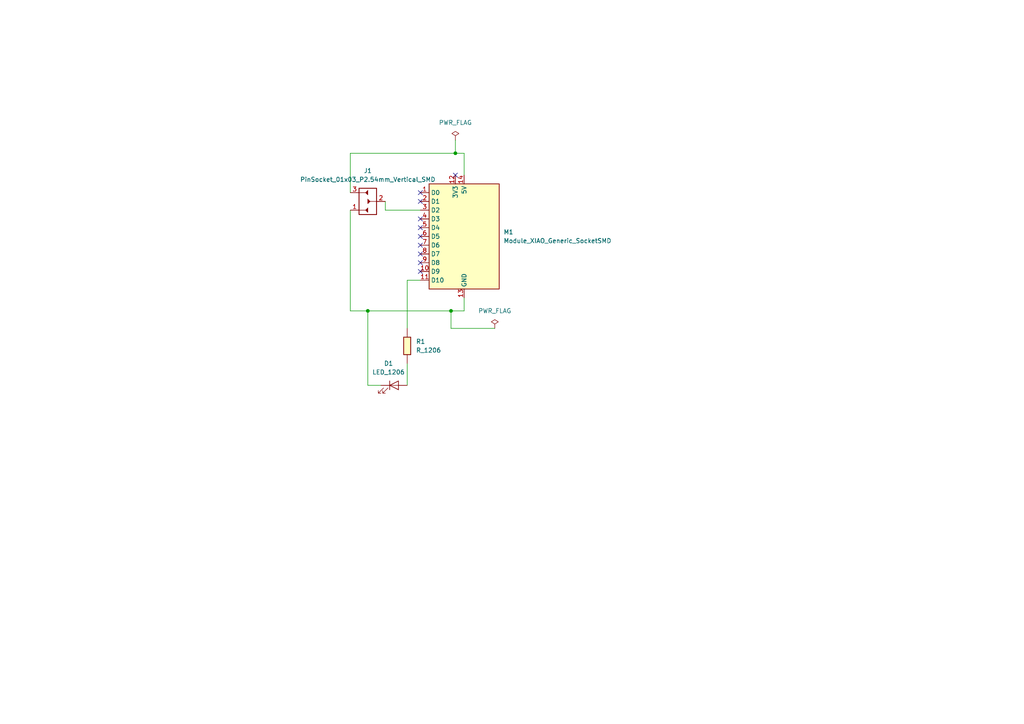
<source format=kicad_sch>
(kicad_sch (version 20250114) (generator "eeschema") (generator_version "9.0")
  (paper "A4")
  (lib_symbols
    (symbol "PCM_fab:LED_1206" (pin_numbers (hide yes)) (pin_names (offset 1.016) (hide yes))
      (property "Reference" "D" (at 0 2.54 0))
      (property "Value" "LED_1206" (at 0 -2.54 0))
      (symbol "LED_1206_0_1"
        (polyline (pts (xy -3.048 -0.762) (xy -4.572 -2.286) (xy -3.81 -2.286) (xy -4.572 -2.286) (xy -4.572 -1.524)))
        (polyline (pts (xy -1.778 -0.762) (xy -3.302 -2.286) (xy -2.54 -2.286) (xy -3.302 -2.286) (xy -3.302 -1.524)))
        (polyline (pts (xy -1.27 0) (xy 1.27 0)))
        (polyline (pts (xy -1.27 -1.27) (xy -1.27 1.27)) (stroke (width 0.2032)))
        (polyline (pts (xy 1.27 -1.27) (xy 1.27 1.27) (xy -1.27 0) (xy 1.27 -1.27)) (stroke (width 0.2032)))
      )
      (symbol "LED_1206_1_1"
        (pin passive line (at -3.81 0 0) (length 2.54) (name "K") (number "1"))
        (pin passive line (at 3.81 0 180) (length 2.54) (name "A") (number "2"))
      )
    )
    (symbol "PCM_fab:Module_XIAO_Generic_SocketSMD"
      (property "Reference" "M" (at -10.16 16.51 0))
      (property "Value" "Module_XIAO_Generic_SocketSMD" (at 1.27 16.51 0))
      (symbol "Module_XIAO_Generic_SocketSMD_1_1"
        (rectangle (start -10.16 15.24) (end 10.16 -15.24) (stroke (width 0.254)) (fill (type background)))
        (pin bidirectional line (at -12.7 12.7 0) (length 2.54) (name "D0") (number "1"))
        (pin bidirectional line (at -12.7 10.16 0) (length 2.54) (name "D1") (number "2"))
        (pin bidirectional line (at -12.7 7.62 0) (length 2.54) (name "D2") (number "3"))
        (pin bidirectional line (at -12.7 5.08 0) (length 2.54) (name "D3") (number "4"))
        (pin bidirectional line (at -12.7 2.54 0) (length 2.54) (name "D4") (number "5"))
        (pin bidirectional line (at -12.7 0 0) (length 2.54) (name "D5") (number "6"))
        (pin bidirectional line (at -12.7 -2.54 0) (length 2.54) (name "D6") (number "7"))
        (pin bidirectional line (at -12.7 -5.08 0) (length 2.54) (name "D7") (number "8"))
        (pin bidirectional line (at -12.7 -7.62 0) (length 2.54) (name "D8") (number "9"))
        (pin bidirectional line (at -12.7 -10.16 0) (length 2.54) (name "D9") (number "10"))
        (pin bidirectional line (at -12.7 -12.7 0) (length 2.54) (name "D10") (number "11"))
        (pin power_in line (at -2.54 17.78 270) (length 2.54) (name "3V3") (number "12"))
        (pin power_in line (at 0 17.78 270) (length 2.54) (name "5V") (number "14"))
        (pin power_in line (at 0 -17.78 90) (length 2.54) (name "GND") (number "13"))
      )
    )
    (symbol "PCM_fab:PWR_FLAG" (power) (pin_numbers (hide yes)) (pin_names (offset 0) (hide yes))
      (property "Value" "PWR_FLAG" (at 0 3.81 0))
      (symbol "PWR_FLAG_0_1"
        (polyline (pts (xy 0 0) (xy 0 1.27) (xy -1.016 1.905) (xy 0 2.54) (xy 1.016 1.905) (xy 0 1.27)))
      )
      (symbol "PWR_FLAG_1_0"
        (pin power_out line (at 0 0 90) (length 0) (name "PWR_FLAG") (number "1"))
      )
    )
    (symbol "PCM_fab:PinSocket_01x03_P2.54mm_Vertical_SMD" (pin_names (hide yes))
      (property "Reference" "J" (at 0 5.08 0))
      (property "Value" "PinSocket_01x03_P2.54mm_Vertical_SMD" (at 0 -5.08 0))
      (symbol "PinSocket_01x03_P2.54mm_Vertical_SMD_0_0"
        (polyline (pts (xy 0 1.905) (xy 0.635 2.54) (xy 0 3.175) (xy 0 1.905)) (fill (type outline)))
        (polyline (pts (xy 0 0) (xy -2.54 0)))
        (polyline (pts (xy 0 -0.635) (xy -0.635 0) (xy 0 0.635) (xy 0 -0.635)) (fill (type outline)))
        (polyline (pts (xy 0 -3.175) (xy 0.635 -2.54) (xy 0 -1.905) (xy 0 -3.175)) (fill (type outline)))
        (polyline (pts (xy 2.54 2.54) (xy 0 2.54)))
        (polyline (pts (xy 2.54 -2.54) (xy 0 -2.54)))
      )
      (symbol "PinSocket_01x03_P2.54mm_Vertical_SMD_1_0"
        (rectangle (start -2.54 3.81) (end 2.54 -3.81) (stroke (width 0.254)))
      )
      (symbol "PinSocket_01x03_P2.54mm_Vertical_SMD_1_1"
        (pin passive line (at -5.08 0 0) (length 2.54) (name "Pin_2") (number "2"))
        (pin passive line (at 5.08 2.54 180) (length 2.54) (name "Pin_1") (number "1"))
        (pin passive line (at 5.08 -2.54 180) (length 2.54) (name "Pin_1") (number "3"))
      )
    )
    (symbol "PCM_fab:R_1206" (pin_numbers (hide yes)) (pin_names (offset 0))
      (property "Reference" "R" (at 2.54 0 90))
      (property "Value" "R_1206" (at -2.54 0 90))
      (symbol "R_1206_0_1"
        (rectangle (start -1.016 -2.54) (end 1.016 2.54) (stroke (width 0.254)) (fill (type background)))
      )
      (symbol "R_1206_1_1"
        (pin passive line (at 0 5.08 270) (length 2.54) (name "~") (number "1"))
        (pin passive line (at 0 -5.08 90) (length 2.54) (name "~") (number "2"))
      )
    )
  )
  (junction (at 132.08 44.45))
  (junction (at 130.81 90.17))
  (junction (at 106.68 90.17))
  (no_connect (at 121.92 55.88))
  (no_connect (at 121.92 63.5))
  (no_connect (at 121.92 66.04))
  (no_connect (at 121.92 58.42))
  (no_connect (at 121.92 76.2))
  (no_connect (at 121.92 71.12))
  (no_connect (at 121.92 78.74))
  (no_connect (at 121.92 73.66))
  (no_connect (at 132.08 50.8))
  (no_connect (at 121.92 68.58))
  (wire (pts (xy 101.6 90.17) (xy 101.6 60.96)))
  (wire (pts (xy 118.11 81.28) (xy 121.92 81.28)))
  (wire (pts (xy 118.11 95.25) (xy 118.11 81.28)))
  (wire (pts (xy 130.81 90.17) (xy 134.62 90.17)))
  (wire (pts (xy 101.6 90.17) (xy 106.68 90.17)))
  (wire (pts (xy 132.08 44.45) (xy 134.62 44.45)))
  (wire (pts (xy 101.6 44.45) (xy 101.6 55.88)))
  (wire (pts (xy 143.51 95.25) (xy 130.81 95.25)))
  (wire (pts (xy 111.76 60.96) (xy 111.76 58.42)))
  (wire (pts (xy 101.6 44.45) (xy 132.08 44.45)))
  (wire (pts (xy 134.62 44.45) (xy 134.62 50.8)))
  (wire (pts (xy 132.08 40.64) (xy 132.08 44.45)))
  (wire (pts (xy 110.49 111.76) (xy 106.68 111.76)))
  (wire (pts (xy 134.62 90.17) (xy 134.62 86.36)))
  (wire (pts (xy 130.81 95.25) (xy 130.81 90.17)))
  (wire (pts (xy 106.68 90.17) (xy 130.81 90.17)))
  (wire (pts (xy 118.11 105.41) (xy 118.11 111.76)))
  (wire (pts (xy 111.76 60.96) (xy 121.92 60.96)))
  (wire (pts (xy 106.68 111.76) (xy 106.68 90.17)))
  (symbol (lib_id "PCM_fab:R_1206") (at 118.11 100.33 0) (unit 1)
    (property "Reference" "R1" (at 120.65 99.0599 0) (effects (justify left)))
    (property "Value" "R_1206" (at 120.65 101.5999 0) (effects (justify left)))
    (property "Footprint" "PCM_fab:R_1206" (effects (hide yes)))
    (property "Description" "Resistor" (effects (hide yes)))
  )
  (symbol (lib_id "PCM_fab:Module_XIAO_Generic_SocketSMD") (at 134.62 68.58 0) (unit 1)
    (property "Reference" "M1" (at 146.05 67.3099 0) (effects (justify left)))
    (property "Value" "Module_XIAO_Generic_SocketSMD" (at 146.05 69.8499 0) (effects (justify left)))
    (property "Footprint" "PCM_fab:Module_XIAO_Generic_SocketSMD" (effects (hide yes)))
    (property "Datasheet" "https://wiki.seeedstudio.com/xiao_topic_page/" (effects (hide yes)))
    (property "Description" "The Seeed Studio XIAO series, named after the Chinese word for \"small,\" comprises tiny development boards based on various hardware platforms of ESP32, SAMD21, RP2040, nRF52840, RP2350 and RA4M1, MG24" (effects (hide yes)))
  )
  (symbol (lib_id "PCM_fab:PWR_FLAG") (at 143.51 95.25 0) (unit 1)
    (property "Reference" "#FLG02" (effects (hide yes)))
    (property "Value" "PWR_FLAG" (at 143.51 90.17 0))
    (property "Description" "Special symbol for telling ERC where power comes from" (effects (hide yes)))
  )
  (symbol (lib_id "PCM_fab:PWR_FLAG") (at 132.08 40.64 0) (unit 1)
    (property "Reference" "#FLG01" (effects (hide yes)))
    (property "Value" "PWR_FLAG" (at 132.08 35.56 0))
    (property "Description" "Special symbol for telling ERC where power comes from" (effects (hide yes)))
  )
  (symbol (lib_id "PCM_fab:PinSocket_01x03_P2.54mm_Vertical_SMD") (at 106.68 58.42 180) (unit 1)
    (property "Reference" "J1" (at 106.68 49.53 0))
    (property "Value" "PinSocket_01x03_P2.54mm_Vertical_SMD" (at 106.68 52.07 0))
    (property "Footprint" "PCM_fab:PinSocket_01x03_P2.54mm_Vertical_SMD" (effects (hide yes)))
    (property "Datasheet" "https://media.digikey.com/pdf/Data%20Sheets/Sullins%20PDFs/NPxCxx1KFXx-RC%2010487-D.pdf" (effects (hide yes)))
    (property "Description" "Top or Bottom Entry Connector 0.100\" (2.54mm) Surface Mount Tin" (effects (hide yes)))
  )
  (symbol (lib_id "PCM_fab:LED_1206") (at 114.3 111.76 0) (unit 1)
    (property "Reference" "D1" (at 112.6998 105.41 0))
    (property "Value" "LED_1206" (at 112.6998 107.95 0))
    (property "Footprint" "PCM_fab:LED_1206" (effects (hide yes)))
    (property "Datasheet" "https://optoelectronics.liteon.com/upload/download/DS-22-98-0002/LTST-C150CKT.pdf" (effects (hide yes)))
    (property "Description" "Light emitting diode, Lite-On Inc. LTST, SMD" (effects (hide yes)))
  )
)
</source>
